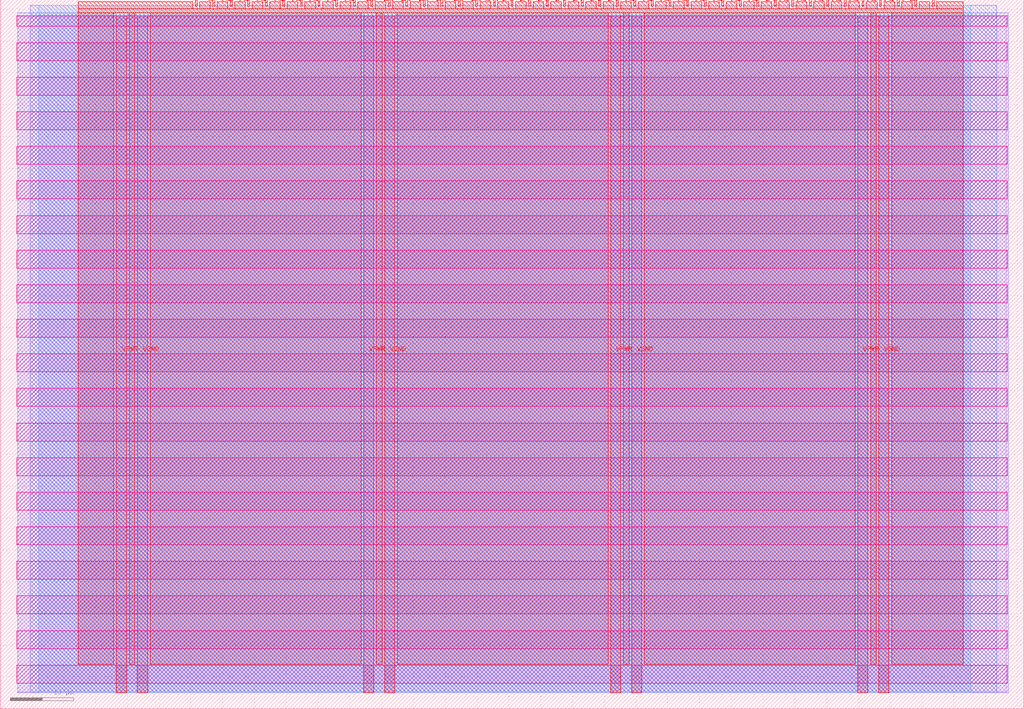
<source format=lef>
VERSION 5.7 ;
  NOWIREEXTENSIONATPIN ON ;
  DIVIDERCHAR "/" ;
  BUSBITCHARS "[]" ;
MACRO tt_um_rebeccargb_hardware_utf8
  CLASS BLOCK ;
  FOREIGN tt_um_rebeccargb_hardware_utf8 ;
  ORIGIN 0.000 0.000 ;
  SIZE 161.000 BY 111.520 ;
  PIN VGND
    DIRECTION INOUT ;
    USE GROUND ;
    PORT
      LAYER met4 ;
        RECT 21.580 2.480 23.180 109.040 ;
    END
    PORT
      LAYER met4 ;
        RECT 60.450 2.480 62.050 109.040 ;
    END
    PORT
      LAYER met4 ;
        RECT 99.320 2.480 100.920 109.040 ;
    END
    PORT
      LAYER met4 ;
        RECT 138.190 2.480 139.790 109.040 ;
    END
  END VGND
  PIN VPWR
    DIRECTION INOUT ;
    USE POWER ;
    PORT
      LAYER met4 ;
        RECT 18.280 2.480 19.880 109.040 ;
    END
    PORT
      LAYER met4 ;
        RECT 57.150 2.480 58.750 109.040 ;
    END
    PORT
      LAYER met4 ;
        RECT 96.020 2.480 97.620 109.040 ;
    END
    PORT
      LAYER met4 ;
        RECT 134.890 2.480 136.490 109.040 ;
    END
  END VPWR
  PIN clk
    DIRECTION INPUT ;
    USE SIGNAL ;
    ANTENNAGATEAREA 0.852000 ;
    PORT
      LAYER met4 ;
        RECT 143.830 110.520 144.130 111.520 ;
    END
  END clk
  PIN ena
    DIRECTION INPUT ;
    USE SIGNAL ;
    PORT
      LAYER met4 ;
        RECT 146.590 110.520 146.890 111.520 ;
    END
  END ena
  PIN rst_n
    DIRECTION INPUT ;
    USE SIGNAL ;
    ANTENNAGATEAREA 0.196500 ;
    PORT
      LAYER met4 ;
        RECT 141.070 110.520 141.370 111.520 ;
    END
  END rst_n
  PIN ui_in[0]
    DIRECTION INPUT ;
    USE SIGNAL ;
    ANTENNAGATEAREA 0.213000 ;
    PORT
      LAYER met4 ;
        RECT 138.310 110.520 138.610 111.520 ;
    END
  END ui_in[0]
  PIN ui_in[1]
    DIRECTION INPUT ;
    USE SIGNAL ;
    ANTENNAGATEAREA 0.159000 ;
    PORT
      LAYER met4 ;
        RECT 135.550 110.520 135.850 111.520 ;
    END
  END ui_in[1]
  PIN ui_in[2]
    DIRECTION INPUT ;
    USE SIGNAL ;
    ANTENNAGATEAREA 0.196500 ;
    PORT
      LAYER met4 ;
        RECT 132.790 110.520 133.090 111.520 ;
    END
  END ui_in[2]
  PIN ui_in[3]
    DIRECTION INPUT ;
    USE SIGNAL ;
    ANTENNAGATEAREA 0.196500 ;
    PORT
      LAYER met4 ;
        RECT 130.030 110.520 130.330 111.520 ;
    END
  END ui_in[3]
  PIN ui_in[4]
    DIRECTION INPUT ;
    USE SIGNAL ;
    ANTENNAGATEAREA 0.196500 ;
    PORT
      LAYER met4 ;
        RECT 127.270 110.520 127.570 111.520 ;
    END
  END ui_in[4]
  PIN ui_in[5]
    DIRECTION INPUT ;
    USE SIGNAL ;
    ANTENNAGATEAREA 0.196500 ;
    PORT
      LAYER met4 ;
        RECT 124.510 110.520 124.810 111.520 ;
    END
  END ui_in[5]
  PIN ui_in[6]
    DIRECTION INPUT ;
    USE SIGNAL ;
    ANTENNAGATEAREA 0.196500 ;
    PORT
      LAYER met4 ;
        RECT 121.750 110.520 122.050 111.520 ;
    END
  END ui_in[6]
  PIN ui_in[7]
    DIRECTION INPUT ;
    USE SIGNAL ;
    ANTENNAGATEAREA 0.159000 ;
    PORT
      LAYER met4 ;
        RECT 118.990 110.520 119.290 111.520 ;
    END
  END ui_in[7]
  PIN uio_in[0]
    DIRECTION INPUT ;
    USE SIGNAL ;
    ANTENNAGATEAREA 0.213000 ;
    PORT
      LAYER met4 ;
        RECT 116.230 110.520 116.530 111.520 ;
    END
  END uio_in[0]
  PIN uio_in[1]
    DIRECTION INPUT ;
    USE SIGNAL ;
    ANTENNAGATEAREA 0.213000 ;
    PORT
      LAYER met4 ;
        RECT 113.470 110.520 113.770 111.520 ;
    END
  END uio_in[1]
  PIN uio_in[2]
    DIRECTION INPUT ;
    USE SIGNAL ;
    ANTENNAGATEAREA 0.213000 ;
    PORT
      LAYER met4 ;
        RECT 110.710 110.520 111.010 111.520 ;
    END
  END uio_in[2]
  PIN uio_in[3]
    DIRECTION INPUT ;
    USE SIGNAL ;
    ANTENNAGATEAREA 0.159000 ;
    PORT
      LAYER met4 ;
        RECT 107.950 110.520 108.250 111.520 ;
    END
  END uio_in[3]
  PIN uio_in[4]
    DIRECTION INPUT ;
    USE SIGNAL ;
    ANTENNAGATEAREA 0.213000 ;
    PORT
      LAYER met4 ;
        RECT 105.190 110.520 105.490 111.520 ;
    END
  END uio_in[4]
  PIN uio_in[5]
    DIRECTION INPUT ;
    USE SIGNAL ;
    ANTENNAGATEAREA 0.159000 ;
    PORT
      LAYER met4 ;
        RECT 102.430 110.520 102.730 111.520 ;
    END
  END uio_in[5]
  PIN uio_in[6]
    DIRECTION INPUT ;
    USE SIGNAL ;
    ANTENNAGATEAREA 0.159000 ;
    PORT
      LAYER met4 ;
        RECT 99.670 110.520 99.970 111.520 ;
    END
  END uio_in[6]
  PIN uio_in[7]
    DIRECTION INPUT ;
    USE SIGNAL ;
    ANTENNAGATEAREA 0.213000 ;
    PORT
      LAYER met4 ;
        RECT 96.910 110.520 97.210 111.520 ;
    END
  END uio_in[7]
  PIN uio_oe[0]
    DIRECTION OUTPUT ;
    USE SIGNAL ;
    ANTENNADIFFAREA 0.445500 ;
    PORT
      LAYER met4 ;
        RECT 49.990 110.520 50.290 111.520 ;
    END
  END uio_oe[0]
  PIN uio_oe[1]
    DIRECTION OUTPUT ;
    USE SIGNAL ;
    ANTENNADIFFAREA 0.445500 ;
    PORT
      LAYER met4 ;
        RECT 47.230 110.520 47.530 111.520 ;
    END
  END uio_oe[1]
  PIN uio_oe[2]
    DIRECTION OUTPUT ;
    USE SIGNAL ;
    ANTENNADIFFAREA 0.445500 ;
    PORT
      LAYER met4 ;
        RECT 44.470 110.520 44.770 111.520 ;
    END
  END uio_oe[2]
  PIN uio_oe[3]
    DIRECTION OUTPUT ;
    USE SIGNAL ;
    ANTENNADIFFAREA 0.445500 ;
    PORT
      LAYER met4 ;
        RECT 41.710 110.520 42.010 111.520 ;
    END
  END uio_oe[3]
  PIN uio_oe[4]
    DIRECTION OUTPUT ;
    USE SIGNAL ;
    ANTENNADIFFAREA 0.445500 ;
    PORT
      LAYER met4 ;
        RECT 38.950 110.520 39.250 111.520 ;
    END
  END uio_oe[4]
  PIN uio_oe[5]
    DIRECTION OUTPUT ;
    USE SIGNAL ;
    ANTENNADIFFAREA 0.445500 ;
    PORT
      LAYER met4 ;
        RECT 36.190 110.520 36.490 111.520 ;
    END
  END uio_oe[5]
  PIN uio_oe[6]
    DIRECTION OUTPUT ;
    USE SIGNAL ;
    ANTENNADIFFAREA 0.445500 ;
    PORT
      LAYER met4 ;
        RECT 33.430 110.520 33.730 111.520 ;
    END
  END uio_oe[6]
  PIN uio_oe[7]
    DIRECTION OUTPUT ;
    USE SIGNAL ;
    ANTENNADIFFAREA 0.445500 ;
    PORT
      LAYER met4 ;
        RECT 30.670 110.520 30.970 111.520 ;
    END
  END uio_oe[7]
  PIN uio_out[0]
    DIRECTION OUTPUT ;
    USE SIGNAL ;
    ANTENNAGATEAREA 0.126000 ;
    ANTENNADIFFAREA 0.445500 ;
    PORT
      LAYER met4 ;
        RECT 72.070 110.520 72.370 111.520 ;
    END
  END uio_out[0]
  PIN uio_out[1]
    DIRECTION OUTPUT ;
    USE SIGNAL ;
    ANTENNAGATEAREA 0.247500 ;
    ANTENNADIFFAREA 0.445500 ;
    PORT
      LAYER met4 ;
        RECT 69.310 110.520 69.610 111.520 ;
    END
  END uio_out[1]
  PIN uio_out[2]
    DIRECTION OUTPUT ;
    USE SIGNAL ;
    ANTENNAGATEAREA 0.247500 ;
    ANTENNADIFFAREA 0.445500 ;
    PORT
      LAYER met4 ;
        RECT 66.550 110.520 66.850 111.520 ;
    END
  END uio_out[2]
  PIN uio_out[3]
    DIRECTION OUTPUT ;
    USE SIGNAL ;
    ANTENNAGATEAREA 0.247500 ;
    ANTENNADIFFAREA 0.445500 ;
    PORT
      LAYER met4 ;
        RECT 63.790 110.520 64.090 111.520 ;
    END
  END uio_out[3]
  PIN uio_out[4]
    DIRECTION OUTPUT ;
    USE SIGNAL ;
    ANTENNAGATEAREA 0.247500 ;
    ANTENNADIFFAREA 0.445500 ;
    PORT
      LAYER met4 ;
        RECT 61.030 110.520 61.330 111.520 ;
    END
  END uio_out[4]
  PIN uio_out[5]
    DIRECTION OUTPUT ;
    USE SIGNAL ;
    ANTENNAGATEAREA 0.247500 ;
    ANTENNADIFFAREA 0.445500 ;
    PORT
      LAYER met4 ;
        RECT 58.270 110.520 58.570 111.520 ;
    END
  END uio_out[5]
  PIN uio_out[6]
    DIRECTION OUTPUT ;
    USE SIGNAL ;
    ANTENNAGATEAREA 0.126000 ;
    ANTENNADIFFAREA 0.445500 ;
    PORT
      LAYER met4 ;
        RECT 55.510 110.520 55.810 111.520 ;
    END
  END uio_out[6]
  PIN uio_out[7]
    DIRECTION OUTPUT ;
    USE SIGNAL ;
    ANTENNAGATEAREA 0.247500 ;
    ANTENNADIFFAREA 0.445500 ;
    PORT
      LAYER met4 ;
        RECT 52.750 110.520 53.050 111.520 ;
    END
  END uio_out[7]
  PIN uo_out[0]
    DIRECTION OUTPUT ;
    USE SIGNAL ;
    ANTENNADIFFAREA 1.431000 ;
    PORT
      LAYER met4 ;
        RECT 94.150 110.520 94.450 111.520 ;
    END
  END uo_out[0]
  PIN uo_out[1]
    DIRECTION OUTPUT ;
    USE SIGNAL ;
    ANTENNADIFFAREA 0.445500 ;
    PORT
      LAYER met4 ;
        RECT 91.390 110.520 91.690 111.520 ;
    END
  END uo_out[1]
  PIN uo_out[2]
    DIRECTION OUTPUT ;
    USE SIGNAL ;
    ANTENNADIFFAREA 0.445500 ;
    PORT
      LAYER met4 ;
        RECT 88.630 110.520 88.930 111.520 ;
    END
  END uo_out[2]
  PIN uo_out[3]
    DIRECTION OUTPUT ;
    USE SIGNAL ;
    ANTENNADIFFAREA 0.445500 ;
    PORT
      LAYER met4 ;
        RECT 85.870 110.520 86.170 111.520 ;
    END
  END uo_out[3]
  PIN uo_out[4]
    DIRECTION OUTPUT ;
    USE SIGNAL ;
    ANTENNADIFFAREA 0.445500 ;
    PORT
      LAYER met4 ;
        RECT 83.110 110.520 83.410 111.520 ;
    END
  END uo_out[4]
  PIN uo_out[5]
    DIRECTION OUTPUT ;
    USE SIGNAL ;
    ANTENNADIFFAREA 0.445500 ;
    PORT
      LAYER met4 ;
        RECT 80.350 110.520 80.650 111.520 ;
    END
  END uo_out[5]
  PIN uo_out[6]
    DIRECTION OUTPUT ;
    USE SIGNAL ;
    ANTENNADIFFAREA 0.891000 ;
    PORT
      LAYER met4 ;
        RECT 77.590 110.520 77.890 111.520 ;
    END
  END uo_out[6]
  PIN uo_out[7]
    DIRECTION OUTPUT ;
    USE SIGNAL ;
    ANTENNADIFFAREA 0.891000 ;
    PORT
      LAYER met4 ;
        RECT 74.830 110.520 75.130 111.520 ;
    END
  END uo_out[7]
  OBS
      LAYER nwell ;
        RECT 2.570 107.385 158.430 108.990 ;
        RECT 2.570 101.945 158.430 104.775 ;
        RECT 2.570 96.505 158.430 99.335 ;
        RECT 2.570 91.065 158.430 93.895 ;
        RECT 2.570 85.625 158.430 88.455 ;
        RECT 2.570 80.185 158.430 83.015 ;
        RECT 2.570 74.745 158.430 77.575 ;
        RECT 2.570 69.305 158.430 72.135 ;
        RECT 2.570 63.865 158.430 66.695 ;
        RECT 2.570 58.425 158.430 61.255 ;
        RECT 2.570 52.985 158.430 55.815 ;
        RECT 2.570 47.545 158.430 50.375 ;
        RECT 2.570 42.105 158.430 44.935 ;
        RECT 2.570 36.665 158.430 39.495 ;
        RECT 2.570 31.225 158.430 34.055 ;
        RECT 2.570 25.785 158.430 28.615 ;
        RECT 2.570 20.345 158.430 23.175 ;
        RECT 2.570 14.905 158.430 17.735 ;
        RECT 2.570 9.465 158.430 12.295 ;
        RECT 2.570 4.025 158.430 6.855 ;
      LAYER li1 ;
        RECT 2.760 2.635 158.240 108.885 ;
      LAYER met1 ;
        RECT 2.760 2.480 158.540 109.440 ;
      LAYER met2 ;
        RECT 4.700 2.535 156.760 110.685 ;
      LAYER met3 ;
        RECT 6.045 2.555 152.655 110.665 ;
      LAYER met4 ;
        RECT 12.255 110.120 30.270 111.170 ;
        RECT 31.370 110.120 33.030 111.170 ;
        RECT 34.130 110.120 35.790 111.170 ;
        RECT 36.890 110.120 38.550 111.170 ;
        RECT 39.650 110.120 41.310 111.170 ;
        RECT 42.410 110.120 44.070 111.170 ;
        RECT 45.170 110.120 46.830 111.170 ;
        RECT 47.930 110.120 49.590 111.170 ;
        RECT 50.690 110.120 52.350 111.170 ;
        RECT 53.450 110.120 55.110 111.170 ;
        RECT 56.210 110.120 57.870 111.170 ;
        RECT 58.970 110.120 60.630 111.170 ;
        RECT 61.730 110.120 63.390 111.170 ;
        RECT 64.490 110.120 66.150 111.170 ;
        RECT 67.250 110.120 68.910 111.170 ;
        RECT 70.010 110.120 71.670 111.170 ;
        RECT 72.770 110.120 74.430 111.170 ;
        RECT 75.530 110.120 77.190 111.170 ;
        RECT 78.290 110.120 79.950 111.170 ;
        RECT 81.050 110.120 82.710 111.170 ;
        RECT 83.810 110.120 85.470 111.170 ;
        RECT 86.570 110.120 88.230 111.170 ;
        RECT 89.330 110.120 90.990 111.170 ;
        RECT 92.090 110.120 93.750 111.170 ;
        RECT 94.850 110.120 96.510 111.170 ;
        RECT 97.610 110.120 99.270 111.170 ;
        RECT 100.370 110.120 102.030 111.170 ;
        RECT 103.130 110.120 104.790 111.170 ;
        RECT 105.890 110.120 107.550 111.170 ;
        RECT 108.650 110.120 110.310 111.170 ;
        RECT 111.410 110.120 113.070 111.170 ;
        RECT 114.170 110.120 115.830 111.170 ;
        RECT 116.930 110.120 118.590 111.170 ;
        RECT 119.690 110.120 121.350 111.170 ;
        RECT 122.450 110.120 124.110 111.170 ;
        RECT 125.210 110.120 126.870 111.170 ;
        RECT 127.970 110.120 129.630 111.170 ;
        RECT 130.730 110.120 132.390 111.170 ;
        RECT 133.490 110.120 135.150 111.170 ;
        RECT 136.250 110.120 137.910 111.170 ;
        RECT 139.010 110.120 140.670 111.170 ;
        RECT 141.770 110.120 143.430 111.170 ;
        RECT 144.530 110.120 146.190 111.170 ;
        RECT 147.290 110.120 151.505 111.170 ;
        RECT 12.255 109.440 151.505 110.120 ;
        RECT 12.255 6.975 17.880 109.440 ;
        RECT 20.280 6.975 21.180 109.440 ;
        RECT 23.580 6.975 56.750 109.440 ;
        RECT 59.150 6.975 60.050 109.440 ;
        RECT 62.450 6.975 95.620 109.440 ;
        RECT 98.020 6.975 98.920 109.440 ;
        RECT 101.320 6.975 134.490 109.440 ;
        RECT 136.890 6.975 137.790 109.440 ;
        RECT 140.190 6.975 151.505 109.440 ;
  END
END tt_um_rebeccargb_hardware_utf8
END LIBRARY


</source>
